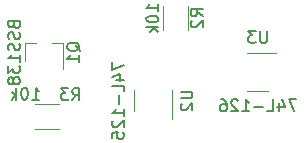
<source format=gbr>
G04 #@! TF.GenerationSoftware,KiCad,Pcbnew,(5.0.1)-4*
G04 #@! TF.CreationDate,2018-11-27T13:12:11-07:00*
G04 #@! TF.ProjectId,robot,726F626F742E6B696361645F70636200,rev?*
G04 #@! TF.SameCoordinates,Original*
G04 #@! TF.FileFunction,Legend,Bot*
G04 #@! TF.FilePolarity,Positive*
%FSLAX46Y46*%
G04 Gerber Fmt 4.6, Leading zero omitted, Abs format (unit mm)*
G04 Created by KiCad (PCBNEW (5.0.1)-4) date 11/27/2018 1:12:11 PM*
%MOMM*%
%LPD*%
G01*
G04 APERTURE LIST*
%ADD10C,0.120000*%
%ADD11C,0.150000*%
G04 APERTURE END LIST*
D10*
G04 #@! TO.C,R2*
X154505000Y-59230000D02*
X154505000Y-61230000D01*
X156645000Y-61230000D02*
X156645000Y-59230000D01*
G04 #@! TO.C,R3*
X143685000Y-69650000D02*
X145685000Y-69650000D01*
X145685000Y-67510000D02*
X143685000Y-67510000D01*
G04 #@! TO.C,Q1*
X142885000Y-62375000D02*
X143815000Y-62375000D01*
X146045000Y-62375000D02*
X145115000Y-62375000D01*
X146045000Y-62375000D02*
X146045000Y-64535000D01*
X142885000Y-62375000D02*
X142885000Y-63835000D01*
G04 #@! TO.C,U2*
X152060000Y-68130000D02*
X152060000Y-66330000D01*
X155280000Y-66330000D02*
X155280000Y-68780000D01*
G04 #@! TO.C,U3*
X163460000Y-66380000D02*
X161660000Y-66380000D01*
X161660000Y-63160000D02*
X164110000Y-63160000D01*
G04 #@! TO.C,R2*
D11*
X157877380Y-60063333D02*
X157401190Y-59730000D01*
X157877380Y-59491904D02*
X156877380Y-59491904D01*
X156877380Y-59872857D01*
X156925000Y-59968095D01*
X156972619Y-60015714D01*
X157067857Y-60063333D01*
X157210714Y-60063333D01*
X157305952Y-60015714D01*
X157353571Y-59968095D01*
X157401190Y-59872857D01*
X157401190Y-59491904D01*
X156972619Y-60444285D02*
X156925000Y-60491904D01*
X156877380Y-60587142D01*
X156877380Y-60825238D01*
X156925000Y-60920476D01*
X156972619Y-60968095D01*
X157067857Y-61015714D01*
X157163095Y-61015714D01*
X157305952Y-60968095D01*
X157877380Y-60396666D01*
X157877380Y-61015714D01*
X154127380Y-59634761D02*
X154127380Y-59063333D01*
X154127380Y-59349047D02*
X153127380Y-59349047D01*
X153270238Y-59253809D01*
X153365476Y-59158571D01*
X153413095Y-59063333D01*
X153127380Y-60253809D02*
X153127380Y-60349047D01*
X153175000Y-60444285D01*
X153222619Y-60491904D01*
X153317857Y-60539523D01*
X153508333Y-60587142D01*
X153746428Y-60587142D01*
X153936904Y-60539523D01*
X154032142Y-60491904D01*
X154079761Y-60444285D01*
X154127380Y-60349047D01*
X154127380Y-60253809D01*
X154079761Y-60158571D01*
X154032142Y-60110952D01*
X153936904Y-60063333D01*
X153746428Y-60015714D01*
X153508333Y-60015714D01*
X153317857Y-60063333D01*
X153222619Y-60110952D01*
X153175000Y-60158571D01*
X153127380Y-60253809D01*
X154127380Y-61015714D02*
X153127380Y-61015714D01*
X153746428Y-61110952D02*
X154127380Y-61396666D01*
X153460714Y-61396666D02*
X153841666Y-61015714D01*
G04 #@! TO.C,R3*
X146851666Y-67182380D02*
X147185000Y-66706190D01*
X147423095Y-67182380D02*
X147423095Y-66182380D01*
X147042142Y-66182380D01*
X146946904Y-66230000D01*
X146899285Y-66277619D01*
X146851666Y-66372857D01*
X146851666Y-66515714D01*
X146899285Y-66610952D01*
X146946904Y-66658571D01*
X147042142Y-66706190D01*
X147423095Y-66706190D01*
X146518333Y-66182380D02*
X145899285Y-66182380D01*
X146232619Y-66563333D01*
X146089761Y-66563333D01*
X145994523Y-66610952D01*
X145946904Y-66658571D01*
X145899285Y-66753809D01*
X145899285Y-66991904D01*
X145946904Y-67087142D01*
X145994523Y-67134761D01*
X146089761Y-67182380D01*
X146375476Y-67182380D01*
X146470714Y-67134761D01*
X146518333Y-67087142D01*
X143470238Y-67127380D02*
X144041666Y-67127380D01*
X143755952Y-67127380D02*
X143755952Y-66127380D01*
X143851190Y-66270238D01*
X143946428Y-66365476D01*
X144041666Y-66413095D01*
X142851190Y-66127380D02*
X142755952Y-66127380D01*
X142660714Y-66175000D01*
X142613095Y-66222619D01*
X142565476Y-66317857D01*
X142517857Y-66508333D01*
X142517857Y-66746428D01*
X142565476Y-66936904D01*
X142613095Y-67032142D01*
X142660714Y-67079761D01*
X142755952Y-67127380D01*
X142851190Y-67127380D01*
X142946428Y-67079761D01*
X142994047Y-67032142D01*
X143041666Y-66936904D01*
X143089285Y-66746428D01*
X143089285Y-66508333D01*
X143041666Y-66317857D01*
X142994047Y-66222619D01*
X142946428Y-66175000D01*
X142851190Y-66127380D01*
X142089285Y-67127380D02*
X142089285Y-66127380D01*
X141994047Y-66746428D02*
X141708333Y-67127380D01*
X141708333Y-66460714D02*
X142089285Y-66841666D01*
G04 #@! TO.C,Q1*
X147512619Y-63039761D02*
X147465000Y-62944523D01*
X147369761Y-62849285D01*
X147226904Y-62706428D01*
X147179285Y-62611190D01*
X147179285Y-62515952D01*
X147417380Y-62563571D02*
X147369761Y-62468333D01*
X147274523Y-62373095D01*
X147084047Y-62325476D01*
X146750714Y-62325476D01*
X146560238Y-62373095D01*
X146465000Y-62468333D01*
X146417380Y-62563571D01*
X146417380Y-62754047D01*
X146465000Y-62849285D01*
X146560238Y-62944523D01*
X146750714Y-62992142D01*
X147084047Y-62992142D01*
X147274523Y-62944523D01*
X147369761Y-62849285D01*
X147417380Y-62754047D01*
X147417380Y-62563571D01*
X147417380Y-63944523D02*
X147417380Y-63373095D01*
X147417380Y-63658809D02*
X146417380Y-63658809D01*
X146560238Y-63563571D01*
X146655476Y-63468333D01*
X146703095Y-63373095D01*
X141893571Y-60825476D02*
X141941190Y-60968333D01*
X141988809Y-61015952D01*
X142084047Y-61063571D01*
X142226904Y-61063571D01*
X142322142Y-61015952D01*
X142369761Y-60968333D01*
X142417380Y-60873095D01*
X142417380Y-60492142D01*
X141417380Y-60492142D01*
X141417380Y-60825476D01*
X141465000Y-60920714D01*
X141512619Y-60968333D01*
X141607857Y-61015952D01*
X141703095Y-61015952D01*
X141798333Y-60968333D01*
X141845952Y-60920714D01*
X141893571Y-60825476D01*
X141893571Y-60492142D01*
X142369761Y-61444523D02*
X142417380Y-61587380D01*
X142417380Y-61825476D01*
X142369761Y-61920714D01*
X142322142Y-61968333D01*
X142226904Y-62015952D01*
X142131666Y-62015952D01*
X142036428Y-61968333D01*
X141988809Y-61920714D01*
X141941190Y-61825476D01*
X141893571Y-61635000D01*
X141845952Y-61539761D01*
X141798333Y-61492142D01*
X141703095Y-61444523D01*
X141607857Y-61444523D01*
X141512619Y-61492142D01*
X141465000Y-61539761D01*
X141417380Y-61635000D01*
X141417380Y-61873095D01*
X141465000Y-62015952D01*
X142369761Y-62396904D02*
X142417380Y-62539761D01*
X142417380Y-62777857D01*
X142369761Y-62873095D01*
X142322142Y-62920714D01*
X142226904Y-62968333D01*
X142131666Y-62968333D01*
X142036428Y-62920714D01*
X141988809Y-62873095D01*
X141941190Y-62777857D01*
X141893571Y-62587380D01*
X141845952Y-62492142D01*
X141798333Y-62444523D01*
X141703095Y-62396904D01*
X141607857Y-62396904D01*
X141512619Y-62444523D01*
X141465000Y-62492142D01*
X141417380Y-62587380D01*
X141417380Y-62825476D01*
X141465000Y-62968333D01*
X142417380Y-63920714D02*
X142417380Y-63349285D01*
X142417380Y-63635000D02*
X141417380Y-63635000D01*
X141560238Y-63539761D01*
X141655476Y-63444523D01*
X141703095Y-63349285D01*
X141417380Y-64254047D02*
X141417380Y-64873095D01*
X141798333Y-64539761D01*
X141798333Y-64682619D01*
X141845952Y-64777857D01*
X141893571Y-64825476D01*
X141988809Y-64873095D01*
X142226904Y-64873095D01*
X142322142Y-64825476D01*
X142369761Y-64777857D01*
X142417380Y-64682619D01*
X142417380Y-64396904D01*
X142369761Y-64301666D01*
X142322142Y-64254047D01*
X141845952Y-65444523D02*
X141798333Y-65349285D01*
X141750714Y-65301666D01*
X141655476Y-65254047D01*
X141607857Y-65254047D01*
X141512619Y-65301666D01*
X141465000Y-65349285D01*
X141417380Y-65444523D01*
X141417380Y-65635000D01*
X141465000Y-65730238D01*
X141512619Y-65777857D01*
X141607857Y-65825476D01*
X141655476Y-65825476D01*
X141750714Y-65777857D01*
X141798333Y-65730238D01*
X141845952Y-65635000D01*
X141845952Y-65444523D01*
X141893571Y-65349285D01*
X141941190Y-65301666D01*
X142036428Y-65254047D01*
X142226904Y-65254047D01*
X142322142Y-65301666D01*
X142369761Y-65349285D01*
X142417380Y-65444523D01*
X142417380Y-65635000D01*
X142369761Y-65730238D01*
X142322142Y-65777857D01*
X142226904Y-65825476D01*
X142036428Y-65825476D01*
X141941190Y-65777857D01*
X141893571Y-65730238D01*
X141845952Y-65635000D01*
G04 #@! TO.C,U2*
X156022380Y-66468095D02*
X156831904Y-66468095D01*
X156927142Y-66515714D01*
X156974761Y-66563333D01*
X157022380Y-66658571D01*
X157022380Y-66849047D01*
X156974761Y-66944285D01*
X156927142Y-66991904D01*
X156831904Y-67039523D01*
X156022380Y-67039523D01*
X156117619Y-67468095D02*
X156070000Y-67515714D01*
X156022380Y-67610952D01*
X156022380Y-67849047D01*
X156070000Y-67944285D01*
X156117619Y-67991904D01*
X156212857Y-68039523D01*
X156308095Y-68039523D01*
X156450952Y-67991904D01*
X157022380Y-67420476D01*
X157022380Y-68039523D01*
X150222380Y-63968095D02*
X150222380Y-64634761D01*
X151222380Y-64206190D01*
X150555714Y-65444285D02*
X151222380Y-65444285D01*
X150174761Y-65206190D02*
X150889047Y-64968095D01*
X150889047Y-65587142D01*
X151222380Y-66444285D02*
X151222380Y-65968095D01*
X150222380Y-65968095D01*
X150841428Y-66777619D02*
X150841428Y-67539523D01*
X151222380Y-68539523D02*
X151222380Y-67968095D01*
X151222380Y-68253809D02*
X150222380Y-68253809D01*
X150365238Y-68158571D01*
X150460476Y-68063333D01*
X150508095Y-67968095D01*
X150317619Y-68920476D02*
X150270000Y-68968095D01*
X150222380Y-69063333D01*
X150222380Y-69301428D01*
X150270000Y-69396666D01*
X150317619Y-69444285D01*
X150412857Y-69491904D01*
X150508095Y-69491904D01*
X150650952Y-69444285D01*
X151222380Y-68872857D01*
X151222380Y-69491904D01*
X150222380Y-70396666D02*
X150222380Y-69920476D01*
X150698571Y-69872857D01*
X150650952Y-69920476D01*
X150603333Y-70015714D01*
X150603333Y-70253809D01*
X150650952Y-70349047D01*
X150698571Y-70396666D01*
X150793809Y-70444285D01*
X151031904Y-70444285D01*
X151127142Y-70396666D01*
X151174761Y-70349047D01*
X151222380Y-70253809D01*
X151222380Y-70015714D01*
X151174761Y-69920476D01*
X151127142Y-69872857D01*
G04 #@! TO.C,U3*
X163321904Y-61322380D02*
X163321904Y-62131904D01*
X163274285Y-62227142D01*
X163226666Y-62274761D01*
X163131428Y-62322380D01*
X162940952Y-62322380D01*
X162845714Y-62274761D01*
X162798095Y-62227142D01*
X162750476Y-62131904D01*
X162750476Y-61322380D01*
X162369523Y-61322380D02*
X161750476Y-61322380D01*
X162083809Y-61703333D01*
X161940952Y-61703333D01*
X161845714Y-61750952D01*
X161798095Y-61798571D01*
X161750476Y-61893809D01*
X161750476Y-62131904D01*
X161798095Y-62227142D01*
X161845714Y-62274761D01*
X161940952Y-62322380D01*
X162226666Y-62322380D01*
X162321904Y-62274761D01*
X162369523Y-62227142D01*
X165821904Y-67122380D02*
X165155238Y-67122380D01*
X165583809Y-68122380D01*
X164345714Y-67455714D02*
X164345714Y-68122380D01*
X164583809Y-67074761D02*
X164821904Y-67789047D01*
X164202857Y-67789047D01*
X163345714Y-68122380D02*
X163821904Y-68122380D01*
X163821904Y-67122380D01*
X163012380Y-67741428D02*
X162250476Y-67741428D01*
X161250476Y-68122380D02*
X161821904Y-68122380D01*
X161536190Y-68122380D02*
X161536190Y-67122380D01*
X161631428Y-67265238D01*
X161726666Y-67360476D01*
X161821904Y-67408095D01*
X160869523Y-67217619D02*
X160821904Y-67170000D01*
X160726666Y-67122380D01*
X160488571Y-67122380D01*
X160393333Y-67170000D01*
X160345714Y-67217619D01*
X160298095Y-67312857D01*
X160298095Y-67408095D01*
X160345714Y-67550952D01*
X160917142Y-68122380D01*
X160298095Y-68122380D01*
X159440952Y-67122380D02*
X159631428Y-67122380D01*
X159726666Y-67170000D01*
X159774285Y-67217619D01*
X159869523Y-67360476D01*
X159917142Y-67550952D01*
X159917142Y-67931904D01*
X159869523Y-68027142D01*
X159821904Y-68074761D01*
X159726666Y-68122380D01*
X159536190Y-68122380D01*
X159440952Y-68074761D01*
X159393333Y-68027142D01*
X159345714Y-67931904D01*
X159345714Y-67693809D01*
X159393333Y-67598571D01*
X159440952Y-67550952D01*
X159536190Y-67503333D01*
X159726666Y-67503333D01*
X159821904Y-67550952D01*
X159869523Y-67598571D01*
X159917142Y-67693809D01*
G04 #@! TD*
M02*

</source>
